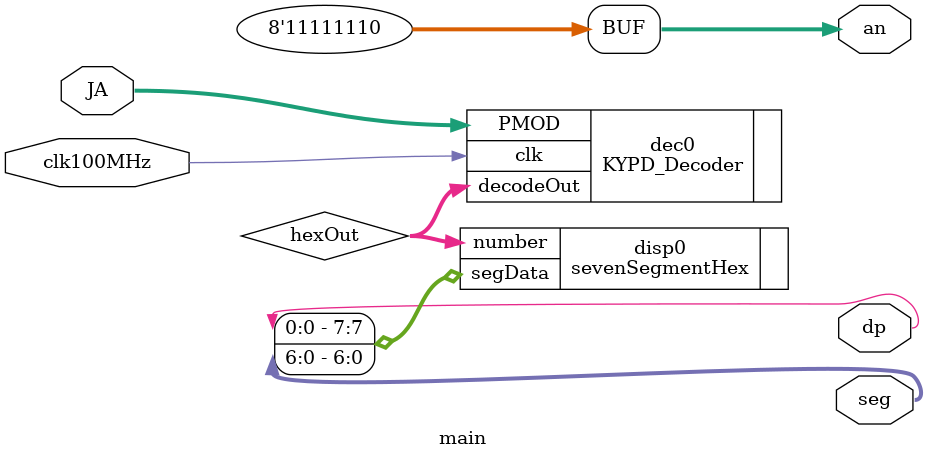
<source format=sv>
`timescale 1ns / 1ps
`define NEXYS_4_DDR

module main(an, seg, dp, JA, clk100MHz);

    // Define the I/O based on which device we are synthesizing for
    // Presently the Basys 3 and the Nexys 4 DDR are supported. Other
    // devices can be added here with respective `ifdef blocks.
    `ifdef NEXYS_4_DDR
        output [7:0] an;
        output [6:0] seg;
        output dp;
        inout [7:0] JA;
        input clk100MHz;
        
        // Signify that we are only using the right most display
        assign an = 8'b1111_1110;
    `endif /* NEXYS_4_DDR */
    
    `ifdef BASYS_3
        output [3:0] an;
        output [6:0] seg;
        output dp;
        inout [7:0] JA;
        input clk100MHz;
        
        // Signify that we are only using the right most display
        assign an = 4'b1110;
    `endif /* BASYS_3 */
    
    wire[3:0] hexOut;
    
    KYPD_Decoder dec0(.decodeOut(hexOut), .PMOD(JA), .clk(clk100MHz));
    
    sevenSegmentHex disp0(.segData({dp, seg}), .number(hexOut));

endmodule

</source>
